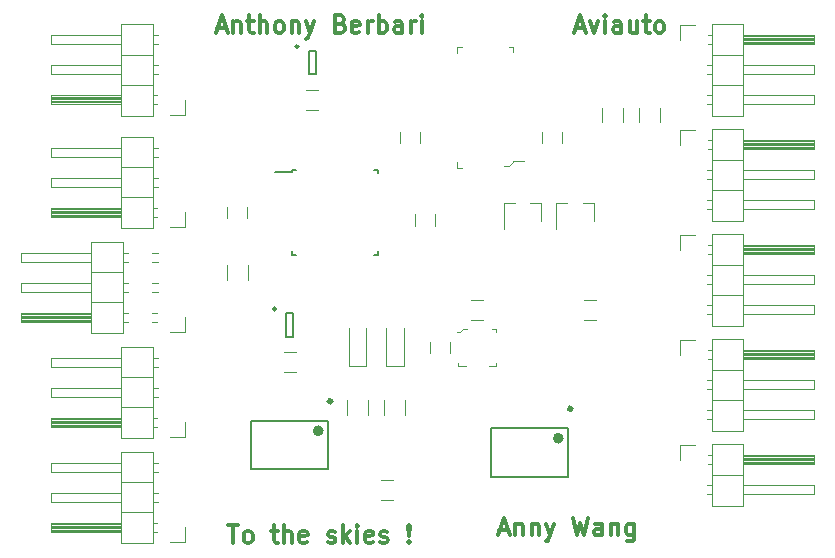
<source format=gbr>
G04 #@! TF.FileFunction,Legend,Top*
%FSLAX46Y46*%
G04 Gerber Fmt 4.6, Leading zero omitted, Abs format (unit mm)*
G04 Created by KiCad (PCBNEW 4.0.7) date Monday, May 28, 2018 'PMt' 10:03:33 PM*
%MOMM*%
%LPD*%
G01*
G04 APERTURE LIST*
%ADD10C,0.100000*%
%ADD11C,0.300000*%
%ADD12C,0.120000*%
%ADD13C,0.200000*%
%ADD14C,0.254000*%
%ADD15C,0.150000*%
%ADD16C,0.127000*%
%ADD17C,0.406400*%
G04 APERTURE END LIST*
D10*
D11*
X250250000Y-52955000D02*
X250964286Y-52955000D01*
X250107143Y-53383571D02*
X250607143Y-51883571D01*
X251107143Y-53383571D01*
X251464286Y-52383571D02*
X251821429Y-53383571D01*
X252178571Y-52383571D01*
X252750000Y-53383571D02*
X252750000Y-52383571D01*
X252750000Y-51883571D02*
X252678571Y-51955000D01*
X252750000Y-52026429D01*
X252821428Y-51955000D01*
X252750000Y-51883571D01*
X252750000Y-52026429D01*
X254107143Y-53383571D02*
X254107143Y-52597857D01*
X254035714Y-52455000D01*
X253892857Y-52383571D01*
X253607143Y-52383571D01*
X253464286Y-52455000D01*
X254107143Y-53312143D02*
X253964286Y-53383571D01*
X253607143Y-53383571D01*
X253464286Y-53312143D01*
X253392857Y-53169286D01*
X253392857Y-53026429D01*
X253464286Y-52883571D01*
X253607143Y-52812143D01*
X253964286Y-52812143D01*
X254107143Y-52740714D01*
X255464286Y-52383571D02*
X255464286Y-53383571D01*
X254821429Y-52383571D02*
X254821429Y-53169286D01*
X254892857Y-53312143D01*
X255035715Y-53383571D01*
X255250000Y-53383571D01*
X255392857Y-53312143D01*
X255464286Y-53240714D01*
X255964286Y-52383571D02*
X256535715Y-52383571D01*
X256178572Y-51883571D02*
X256178572Y-53169286D01*
X256250000Y-53312143D01*
X256392858Y-53383571D01*
X256535715Y-53383571D01*
X257250001Y-53383571D02*
X257107143Y-53312143D01*
X257035715Y-53240714D01*
X256964286Y-53097857D01*
X256964286Y-52669286D01*
X257035715Y-52526429D01*
X257107143Y-52455000D01*
X257250001Y-52383571D01*
X257464286Y-52383571D01*
X257607143Y-52455000D01*
X257678572Y-52526429D01*
X257750001Y-52669286D01*
X257750001Y-53097857D01*
X257678572Y-53240714D01*
X257607143Y-53312143D01*
X257464286Y-53383571D01*
X257250001Y-53383571D01*
X220850000Y-95063571D02*
X221707143Y-95063571D01*
X221278572Y-96563571D02*
X221278572Y-95063571D01*
X222421429Y-96563571D02*
X222278571Y-96492143D01*
X222207143Y-96420714D01*
X222135714Y-96277857D01*
X222135714Y-95849286D01*
X222207143Y-95706429D01*
X222278571Y-95635000D01*
X222421429Y-95563571D01*
X222635714Y-95563571D01*
X222778571Y-95635000D01*
X222850000Y-95706429D01*
X222921429Y-95849286D01*
X222921429Y-96277857D01*
X222850000Y-96420714D01*
X222778571Y-96492143D01*
X222635714Y-96563571D01*
X222421429Y-96563571D01*
X224492857Y-95563571D02*
X225064286Y-95563571D01*
X224707143Y-95063571D02*
X224707143Y-96349286D01*
X224778571Y-96492143D01*
X224921429Y-96563571D01*
X225064286Y-96563571D01*
X225564286Y-96563571D02*
X225564286Y-95063571D01*
X226207143Y-96563571D02*
X226207143Y-95777857D01*
X226135714Y-95635000D01*
X225992857Y-95563571D01*
X225778572Y-95563571D01*
X225635714Y-95635000D01*
X225564286Y-95706429D01*
X227492857Y-96492143D02*
X227350000Y-96563571D01*
X227064286Y-96563571D01*
X226921429Y-96492143D01*
X226850000Y-96349286D01*
X226850000Y-95777857D01*
X226921429Y-95635000D01*
X227064286Y-95563571D01*
X227350000Y-95563571D01*
X227492857Y-95635000D01*
X227564286Y-95777857D01*
X227564286Y-95920714D01*
X226850000Y-96063571D01*
X229278571Y-96492143D02*
X229421428Y-96563571D01*
X229707143Y-96563571D01*
X229850000Y-96492143D01*
X229921428Y-96349286D01*
X229921428Y-96277857D01*
X229850000Y-96135000D01*
X229707143Y-96063571D01*
X229492857Y-96063571D01*
X229350000Y-95992143D01*
X229278571Y-95849286D01*
X229278571Y-95777857D01*
X229350000Y-95635000D01*
X229492857Y-95563571D01*
X229707143Y-95563571D01*
X229850000Y-95635000D01*
X230564286Y-96563571D02*
X230564286Y-95063571D01*
X230707143Y-95992143D02*
X231135714Y-96563571D01*
X231135714Y-95563571D02*
X230564286Y-96135000D01*
X231778572Y-96563571D02*
X231778572Y-95563571D01*
X231778572Y-95063571D02*
X231707143Y-95135000D01*
X231778572Y-95206429D01*
X231850000Y-95135000D01*
X231778572Y-95063571D01*
X231778572Y-95206429D01*
X233064286Y-96492143D02*
X232921429Y-96563571D01*
X232635715Y-96563571D01*
X232492858Y-96492143D01*
X232421429Y-96349286D01*
X232421429Y-95777857D01*
X232492858Y-95635000D01*
X232635715Y-95563571D01*
X232921429Y-95563571D01*
X233064286Y-95635000D01*
X233135715Y-95777857D01*
X233135715Y-95920714D01*
X232421429Y-96063571D01*
X233707143Y-96492143D02*
X233850000Y-96563571D01*
X234135715Y-96563571D01*
X234278572Y-96492143D01*
X234350000Y-96349286D01*
X234350000Y-96277857D01*
X234278572Y-96135000D01*
X234135715Y-96063571D01*
X233921429Y-96063571D01*
X233778572Y-95992143D01*
X233707143Y-95849286D01*
X233707143Y-95777857D01*
X233778572Y-95635000D01*
X233921429Y-95563571D01*
X234135715Y-95563571D01*
X234278572Y-95635000D01*
X236135715Y-96420714D02*
X236207143Y-96492143D01*
X236135715Y-96563571D01*
X236064286Y-96492143D01*
X236135715Y-96420714D01*
X236135715Y-96563571D01*
X236135715Y-95992143D02*
X236064286Y-95135000D01*
X236135715Y-95063571D01*
X236207143Y-95135000D01*
X236135715Y-95992143D01*
X236135715Y-95063571D01*
X243805000Y-95500000D02*
X244519286Y-95500000D01*
X243662143Y-95928571D02*
X244162143Y-94428571D01*
X244662143Y-95928571D01*
X245162143Y-94928571D02*
X245162143Y-95928571D01*
X245162143Y-95071429D02*
X245233571Y-95000000D01*
X245376429Y-94928571D01*
X245590714Y-94928571D01*
X245733571Y-95000000D01*
X245805000Y-95142857D01*
X245805000Y-95928571D01*
X246519286Y-94928571D02*
X246519286Y-95928571D01*
X246519286Y-95071429D02*
X246590714Y-95000000D01*
X246733572Y-94928571D01*
X246947857Y-94928571D01*
X247090714Y-95000000D01*
X247162143Y-95142857D01*
X247162143Y-95928571D01*
X247733572Y-94928571D02*
X248090715Y-95928571D01*
X248447857Y-94928571D02*
X248090715Y-95928571D01*
X247947857Y-96285714D01*
X247876429Y-96357143D01*
X247733572Y-96428571D01*
X250019286Y-94428571D02*
X250376429Y-95928571D01*
X250662143Y-94857143D01*
X250947857Y-95928571D01*
X251305000Y-94428571D01*
X252519286Y-95928571D02*
X252519286Y-95142857D01*
X252447857Y-95000000D01*
X252305000Y-94928571D01*
X252019286Y-94928571D01*
X251876429Y-95000000D01*
X252519286Y-95857143D02*
X252376429Y-95928571D01*
X252019286Y-95928571D01*
X251876429Y-95857143D01*
X251805000Y-95714286D01*
X251805000Y-95571429D01*
X251876429Y-95428571D01*
X252019286Y-95357143D01*
X252376429Y-95357143D01*
X252519286Y-95285714D01*
X253233572Y-94928571D02*
X253233572Y-95928571D01*
X253233572Y-95071429D02*
X253305000Y-95000000D01*
X253447858Y-94928571D01*
X253662143Y-94928571D01*
X253805000Y-95000000D01*
X253876429Y-95142857D01*
X253876429Y-95928571D01*
X255233572Y-94928571D02*
X255233572Y-96142857D01*
X255162143Y-96285714D01*
X255090715Y-96357143D01*
X254947858Y-96428571D01*
X254733572Y-96428571D01*
X254590715Y-96357143D01*
X255233572Y-95857143D02*
X255090715Y-95928571D01*
X254805001Y-95928571D01*
X254662143Y-95857143D01*
X254590715Y-95785714D01*
X254519286Y-95642857D01*
X254519286Y-95214286D01*
X254590715Y-95071429D01*
X254662143Y-95000000D01*
X254805001Y-94928571D01*
X255090715Y-94928571D01*
X255233572Y-95000000D01*
X219921429Y-52955000D02*
X220635715Y-52955000D01*
X219778572Y-53383571D02*
X220278572Y-51883571D01*
X220778572Y-53383571D01*
X221278572Y-52383571D02*
X221278572Y-53383571D01*
X221278572Y-52526429D02*
X221350000Y-52455000D01*
X221492858Y-52383571D01*
X221707143Y-52383571D01*
X221850000Y-52455000D01*
X221921429Y-52597857D01*
X221921429Y-53383571D01*
X222421429Y-52383571D02*
X222992858Y-52383571D01*
X222635715Y-51883571D02*
X222635715Y-53169286D01*
X222707143Y-53312143D01*
X222850001Y-53383571D01*
X222992858Y-53383571D01*
X223492858Y-53383571D02*
X223492858Y-51883571D01*
X224135715Y-53383571D02*
X224135715Y-52597857D01*
X224064286Y-52455000D01*
X223921429Y-52383571D01*
X223707144Y-52383571D01*
X223564286Y-52455000D01*
X223492858Y-52526429D01*
X225064287Y-53383571D02*
X224921429Y-53312143D01*
X224850001Y-53240714D01*
X224778572Y-53097857D01*
X224778572Y-52669286D01*
X224850001Y-52526429D01*
X224921429Y-52455000D01*
X225064287Y-52383571D01*
X225278572Y-52383571D01*
X225421429Y-52455000D01*
X225492858Y-52526429D01*
X225564287Y-52669286D01*
X225564287Y-53097857D01*
X225492858Y-53240714D01*
X225421429Y-53312143D01*
X225278572Y-53383571D01*
X225064287Y-53383571D01*
X226207144Y-52383571D02*
X226207144Y-53383571D01*
X226207144Y-52526429D02*
X226278572Y-52455000D01*
X226421430Y-52383571D01*
X226635715Y-52383571D01*
X226778572Y-52455000D01*
X226850001Y-52597857D01*
X226850001Y-53383571D01*
X227421430Y-52383571D02*
X227778573Y-53383571D01*
X228135715Y-52383571D02*
X227778573Y-53383571D01*
X227635715Y-53740714D01*
X227564287Y-53812143D01*
X227421430Y-53883571D01*
X230350001Y-52597857D02*
X230564287Y-52669286D01*
X230635715Y-52740714D01*
X230707144Y-52883571D01*
X230707144Y-53097857D01*
X230635715Y-53240714D01*
X230564287Y-53312143D01*
X230421429Y-53383571D01*
X229850001Y-53383571D01*
X229850001Y-51883571D01*
X230350001Y-51883571D01*
X230492858Y-51955000D01*
X230564287Y-52026429D01*
X230635715Y-52169286D01*
X230635715Y-52312143D01*
X230564287Y-52455000D01*
X230492858Y-52526429D01*
X230350001Y-52597857D01*
X229850001Y-52597857D01*
X231921429Y-53312143D02*
X231778572Y-53383571D01*
X231492858Y-53383571D01*
X231350001Y-53312143D01*
X231278572Y-53169286D01*
X231278572Y-52597857D01*
X231350001Y-52455000D01*
X231492858Y-52383571D01*
X231778572Y-52383571D01*
X231921429Y-52455000D01*
X231992858Y-52597857D01*
X231992858Y-52740714D01*
X231278572Y-52883571D01*
X232635715Y-53383571D02*
X232635715Y-52383571D01*
X232635715Y-52669286D02*
X232707143Y-52526429D01*
X232778572Y-52455000D01*
X232921429Y-52383571D01*
X233064286Y-52383571D01*
X233564286Y-53383571D02*
X233564286Y-51883571D01*
X233564286Y-52455000D02*
X233707143Y-52383571D01*
X233992857Y-52383571D01*
X234135714Y-52455000D01*
X234207143Y-52526429D01*
X234278572Y-52669286D01*
X234278572Y-53097857D01*
X234207143Y-53240714D01*
X234135714Y-53312143D01*
X233992857Y-53383571D01*
X233707143Y-53383571D01*
X233564286Y-53312143D01*
X235564286Y-53383571D02*
X235564286Y-52597857D01*
X235492857Y-52455000D01*
X235350000Y-52383571D01*
X235064286Y-52383571D01*
X234921429Y-52455000D01*
X235564286Y-53312143D02*
X235421429Y-53383571D01*
X235064286Y-53383571D01*
X234921429Y-53312143D01*
X234850000Y-53169286D01*
X234850000Y-53026429D01*
X234921429Y-52883571D01*
X235064286Y-52812143D01*
X235421429Y-52812143D01*
X235564286Y-52740714D01*
X236278572Y-53383571D02*
X236278572Y-52383571D01*
X236278572Y-52669286D02*
X236350000Y-52526429D01*
X236421429Y-52455000D01*
X236564286Y-52383571D01*
X236707143Y-52383571D01*
X237207143Y-53383571D02*
X237207143Y-52383571D01*
X237207143Y-51883571D02*
X237135714Y-51955000D01*
X237207143Y-52026429D01*
X237278571Y-51955000D01*
X237207143Y-51883571D01*
X237207143Y-52026429D01*
D12*
X261790000Y-52645000D02*
X261790000Y-60385000D01*
X261790000Y-60385000D02*
X264450000Y-60385000D01*
X264450000Y-60385000D02*
X264450000Y-52645000D01*
X264450000Y-52645000D02*
X261790000Y-52645000D01*
X264450000Y-53595000D02*
X270450000Y-53595000D01*
X270450000Y-53595000D02*
X270450000Y-54355000D01*
X270450000Y-54355000D02*
X264450000Y-54355000D01*
X264450000Y-53655000D02*
X270450000Y-53655000D01*
X264450000Y-53775000D02*
X270450000Y-53775000D01*
X264450000Y-53895000D02*
X270450000Y-53895000D01*
X264450000Y-54015000D02*
X270450000Y-54015000D01*
X264450000Y-54135000D02*
X270450000Y-54135000D01*
X264450000Y-54255000D02*
X270450000Y-54255000D01*
X261460000Y-53595000D02*
X261790000Y-53595000D01*
X261460000Y-54355000D02*
X261790000Y-54355000D01*
X261790000Y-55245000D02*
X264450000Y-55245000D01*
X264450000Y-56135000D02*
X270450000Y-56135000D01*
X270450000Y-56135000D02*
X270450000Y-56895000D01*
X270450000Y-56895000D02*
X264450000Y-56895000D01*
X261392929Y-56135000D02*
X261790000Y-56135000D01*
X261392929Y-56895000D02*
X261790000Y-56895000D01*
X261790000Y-57785000D02*
X264450000Y-57785000D01*
X264450000Y-58675000D02*
X270450000Y-58675000D01*
X270450000Y-58675000D02*
X270450000Y-59435000D01*
X270450000Y-59435000D02*
X264450000Y-59435000D01*
X261392929Y-58675000D02*
X261790000Y-58675000D01*
X261392929Y-59435000D02*
X261790000Y-59435000D01*
X259080000Y-53975000D02*
X259080000Y-52705000D01*
X259080000Y-52705000D02*
X260350000Y-52705000D01*
X214460000Y-87690000D02*
X214460000Y-79950000D01*
X214460000Y-79950000D02*
X211800000Y-79950000D01*
X211800000Y-79950000D02*
X211800000Y-87690000D01*
X211800000Y-87690000D02*
X214460000Y-87690000D01*
X211800000Y-86740000D02*
X205800000Y-86740000D01*
X205800000Y-86740000D02*
X205800000Y-85980000D01*
X205800000Y-85980000D02*
X211800000Y-85980000D01*
X211800000Y-86680000D02*
X205800000Y-86680000D01*
X211800000Y-86560000D02*
X205800000Y-86560000D01*
X211800000Y-86440000D02*
X205800000Y-86440000D01*
X211800000Y-86320000D02*
X205800000Y-86320000D01*
X211800000Y-86200000D02*
X205800000Y-86200000D01*
X211800000Y-86080000D02*
X205800000Y-86080000D01*
X214790000Y-86740000D02*
X214460000Y-86740000D01*
X214790000Y-85980000D02*
X214460000Y-85980000D01*
X214460000Y-85090000D02*
X211800000Y-85090000D01*
X211800000Y-84200000D02*
X205800000Y-84200000D01*
X205800000Y-84200000D02*
X205800000Y-83440000D01*
X205800000Y-83440000D02*
X211800000Y-83440000D01*
X214857071Y-84200000D02*
X214460000Y-84200000D01*
X214857071Y-83440000D02*
X214460000Y-83440000D01*
X214460000Y-82550000D02*
X211800000Y-82550000D01*
X211800000Y-81660000D02*
X205800000Y-81660000D01*
X205800000Y-81660000D02*
X205800000Y-80900000D01*
X205800000Y-80900000D02*
X211800000Y-80900000D01*
X214857071Y-81660000D02*
X214460000Y-81660000D01*
X214857071Y-80900000D02*
X214460000Y-80900000D01*
X217170000Y-86360000D02*
X217170000Y-87630000D01*
X217170000Y-87630000D02*
X215900000Y-87630000D01*
X235370000Y-61730000D02*
X235370000Y-62730000D01*
X237070000Y-62730000D02*
X237070000Y-61730000D01*
X225560000Y-82130000D02*
X226560000Y-82130000D01*
X226560000Y-80430000D02*
X225560000Y-80430000D01*
X242435000Y-75985000D02*
X241435000Y-75985000D01*
X241435000Y-77685000D02*
X242435000Y-77685000D01*
X239610000Y-80510000D02*
X239610000Y-79510000D01*
X237910000Y-79510000D02*
X237910000Y-80510000D01*
X227465000Y-59905000D02*
X228465000Y-59905000D01*
X228465000Y-58205000D02*
X227465000Y-58205000D01*
X247435000Y-61730000D02*
X247435000Y-62730000D01*
X249135000Y-62730000D02*
X249135000Y-61730000D01*
X250960000Y-77685000D02*
X251960000Y-77685000D01*
X251960000Y-75985000D02*
X250960000Y-75985000D01*
X238340000Y-69715000D02*
X238340000Y-68715000D01*
X236640000Y-68715000D02*
X236640000Y-69715000D01*
X222465000Y-69080000D02*
X222465000Y-68080000D01*
X220765000Y-68080000D02*
X220765000Y-69080000D01*
X235700000Y-78375000D02*
X235700000Y-81575000D01*
X234200000Y-81575000D02*
X234200000Y-78375000D01*
X234200000Y-81575000D02*
X235700000Y-81575000D01*
X232525000Y-78375000D02*
X232525000Y-81575000D01*
X231025000Y-81575000D02*
X231025000Y-78375000D01*
X231025000Y-81575000D02*
X232525000Y-81575000D01*
X214460000Y-69910000D02*
X214460000Y-62170000D01*
X214460000Y-62170000D02*
X211800000Y-62170000D01*
X211800000Y-62170000D02*
X211800000Y-69910000D01*
X211800000Y-69910000D02*
X214460000Y-69910000D01*
X211800000Y-68960000D02*
X205800000Y-68960000D01*
X205800000Y-68960000D02*
X205800000Y-68200000D01*
X205800000Y-68200000D02*
X211800000Y-68200000D01*
X211800000Y-68900000D02*
X205800000Y-68900000D01*
X211800000Y-68780000D02*
X205800000Y-68780000D01*
X211800000Y-68660000D02*
X205800000Y-68660000D01*
X211800000Y-68540000D02*
X205800000Y-68540000D01*
X211800000Y-68420000D02*
X205800000Y-68420000D01*
X211800000Y-68300000D02*
X205800000Y-68300000D01*
X214790000Y-68960000D02*
X214460000Y-68960000D01*
X214790000Y-68200000D02*
X214460000Y-68200000D01*
X214460000Y-67310000D02*
X211800000Y-67310000D01*
X211800000Y-66420000D02*
X205800000Y-66420000D01*
X205800000Y-66420000D02*
X205800000Y-65660000D01*
X205800000Y-65660000D02*
X211800000Y-65660000D01*
X214857071Y-66420000D02*
X214460000Y-66420000D01*
X214857071Y-65660000D02*
X214460000Y-65660000D01*
X214460000Y-64770000D02*
X211800000Y-64770000D01*
X211800000Y-63880000D02*
X205800000Y-63880000D01*
X205800000Y-63880000D02*
X205800000Y-63120000D01*
X205800000Y-63120000D02*
X211800000Y-63120000D01*
X214857071Y-63880000D02*
X214460000Y-63880000D01*
X214857071Y-63120000D02*
X214460000Y-63120000D01*
X217170000Y-68580000D02*
X217170000Y-69850000D01*
X217170000Y-69850000D02*
X215900000Y-69850000D01*
D13*
X225760000Y-79105000D02*
X226360000Y-79105000D01*
X226360000Y-79105000D02*
X226360000Y-77105000D01*
X226360000Y-77105000D02*
X225760000Y-77105000D01*
X225760000Y-77105000D02*
X225760000Y-79105000D01*
D14*
X224885000Y-76755000D02*
G75*
G03X224885000Y-76755000I-125000J0D01*
G01*
D13*
X227665000Y-56880000D02*
X228265000Y-56880000D01*
X228265000Y-56880000D02*
X228265000Y-54880000D01*
X228265000Y-54880000D02*
X227665000Y-54880000D01*
X227665000Y-54880000D02*
X227665000Y-56880000D01*
D14*
X226790000Y-54530000D02*
G75*
G03X226790000Y-54530000I-125000J0D01*
G01*
D12*
X211920000Y-78800000D02*
X211920000Y-71060000D01*
X211920000Y-71060000D02*
X209260000Y-71060000D01*
X209260000Y-71060000D02*
X209260000Y-78800000D01*
X209260000Y-78800000D02*
X211920000Y-78800000D01*
X209260000Y-77850000D02*
X203260000Y-77850000D01*
X203260000Y-77850000D02*
X203260000Y-77090000D01*
X203260000Y-77090000D02*
X209260000Y-77090000D01*
X209260000Y-77790000D02*
X203260000Y-77790000D01*
X209260000Y-77670000D02*
X203260000Y-77670000D01*
X209260000Y-77550000D02*
X203260000Y-77550000D01*
X209260000Y-77430000D02*
X203260000Y-77430000D01*
X209260000Y-77310000D02*
X203260000Y-77310000D01*
X209260000Y-77190000D02*
X203260000Y-77190000D01*
X212317071Y-77850000D02*
X211920000Y-77850000D01*
X212317071Y-77090000D02*
X211920000Y-77090000D01*
X214790000Y-77850000D02*
X214402929Y-77850000D01*
X214790000Y-77090000D02*
X214402929Y-77090000D01*
X211920000Y-76200000D02*
X209260000Y-76200000D01*
X209260000Y-75310000D02*
X203260000Y-75310000D01*
X203260000Y-75310000D02*
X203260000Y-74550000D01*
X203260000Y-74550000D02*
X209260000Y-74550000D01*
X212317071Y-75310000D02*
X211920000Y-75310000D01*
X212317071Y-74550000D02*
X211920000Y-74550000D01*
X214857071Y-75310000D02*
X214402929Y-75310000D01*
X214857071Y-74550000D02*
X214402929Y-74550000D01*
X211920000Y-73660000D02*
X209260000Y-73660000D01*
X209260000Y-72770000D02*
X203260000Y-72770000D01*
X203260000Y-72770000D02*
X203260000Y-72010000D01*
X203260000Y-72010000D02*
X209260000Y-72010000D01*
X212317071Y-72770000D02*
X211920000Y-72770000D01*
X212317071Y-72010000D02*
X211920000Y-72010000D01*
X214857071Y-72770000D02*
X214402929Y-72770000D01*
X214857071Y-72010000D02*
X214402929Y-72010000D01*
X217170000Y-77470000D02*
X217170000Y-78740000D01*
X217170000Y-78740000D02*
X215900000Y-78740000D01*
X261790000Y-61535000D02*
X261790000Y-69275000D01*
X261790000Y-69275000D02*
X264450000Y-69275000D01*
X264450000Y-69275000D02*
X264450000Y-61535000D01*
X264450000Y-61535000D02*
X261790000Y-61535000D01*
X264450000Y-62485000D02*
X270450000Y-62485000D01*
X270450000Y-62485000D02*
X270450000Y-63245000D01*
X270450000Y-63245000D02*
X264450000Y-63245000D01*
X264450000Y-62545000D02*
X270450000Y-62545000D01*
X264450000Y-62665000D02*
X270450000Y-62665000D01*
X264450000Y-62785000D02*
X270450000Y-62785000D01*
X264450000Y-62905000D02*
X270450000Y-62905000D01*
X264450000Y-63025000D02*
X270450000Y-63025000D01*
X264450000Y-63145000D02*
X270450000Y-63145000D01*
X261460000Y-62485000D02*
X261790000Y-62485000D01*
X261460000Y-63245000D02*
X261790000Y-63245000D01*
X261790000Y-64135000D02*
X264450000Y-64135000D01*
X264450000Y-65025000D02*
X270450000Y-65025000D01*
X270450000Y-65025000D02*
X270450000Y-65785000D01*
X270450000Y-65785000D02*
X264450000Y-65785000D01*
X261392929Y-65025000D02*
X261790000Y-65025000D01*
X261392929Y-65785000D02*
X261790000Y-65785000D01*
X261790000Y-66675000D02*
X264450000Y-66675000D01*
X264450000Y-67565000D02*
X270450000Y-67565000D01*
X270450000Y-67565000D02*
X270450000Y-68325000D01*
X270450000Y-68325000D02*
X264450000Y-68325000D01*
X261392929Y-67565000D02*
X261790000Y-67565000D01*
X261392929Y-68325000D02*
X261790000Y-68325000D01*
X259080000Y-62865000D02*
X259080000Y-61595000D01*
X259080000Y-61595000D02*
X260350000Y-61595000D01*
X261790000Y-70425000D02*
X261790000Y-78165000D01*
X261790000Y-78165000D02*
X264450000Y-78165000D01*
X264450000Y-78165000D02*
X264450000Y-70425000D01*
X264450000Y-70425000D02*
X261790000Y-70425000D01*
X264450000Y-71375000D02*
X270450000Y-71375000D01*
X270450000Y-71375000D02*
X270450000Y-72135000D01*
X270450000Y-72135000D02*
X264450000Y-72135000D01*
X264450000Y-71435000D02*
X270450000Y-71435000D01*
X264450000Y-71555000D02*
X270450000Y-71555000D01*
X264450000Y-71675000D02*
X270450000Y-71675000D01*
X264450000Y-71795000D02*
X270450000Y-71795000D01*
X264450000Y-71915000D02*
X270450000Y-71915000D01*
X264450000Y-72035000D02*
X270450000Y-72035000D01*
X261460000Y-71375000D02*
X261790000Y-71375000D01*
X261460000Y-72135000D02*
X261790000Y-72135000D01*
X261790000Y-73025000D02*
X264450000Y-73025000D01*
X264450000Y-73915000D02*
X270450000Y-73915000D01*
X270450000Y-73915000D02*
X270450000Y-74675000D01*
X270450000Y-74675000D02*
X264450000Y-74675000D01*
X261392929Y-73915000D02*
X261790000Y-73915000D01*
X261392929Y-74675000D02*
X261790000Y-74675000D01*
X261790000Y-75565000D02*
X264450000Y-75565000D01*
X264450000Y-76455000D02*
X270450000Y-76455000D01*
X270450000Y-76455000D02*
X270450000Y-77215000D01*
X270450000Y-77215000D02*
X264450000Y-77215000D01*
X261392929Y-76455000D02*
X261790000Y-76455000D01*
X261392929Y-77215000D02*
X261790000Y-77215000D01*
X259080000Y-71755000D02*
X259080000Y-70485000D01*
X259080000Y-70485000D02*
X260350000Y-70485000D01*
X261790000Y-79315000D02*
X261790000Y-87055000D01*
X261790000Y-87055000D02*
X264450000Y-87055000D01*
X264450000Y-87055000D02*
X264450000Y-79315000D01*
X264450000Y-79315000D02*
X261790000Y-79315000D01*
X264450000Y-80265000D02*
X270450000Y-80265000D01*
X270450000Y-80265000D02*
X270450000Y-81025000D01*
X270450000Y-81025000D02*
X264450000Y-81025000D01*
X264450000Y-80325000D02*
X270450000Y-80325000D01*
X264450000Y-80445000D02*
X270450000Y-80445000D01*
X264450000Y-80565000D02*
X270450000Y-80565000D01*
X264450000Y-80685000D02*
X270450000Y-80685000D01*
X264450000Y-80805000D02*
X270450000Y-80805000D01*
X264450000Y-80925000D02*
X270450000Y-80925000D01*
X261460000Y-80265000D02*
X261790000Y-80265000D01*
X261460000Y-81025000D02*
X261790000Y-81025000D01*
X261790000Y-81915000D02*
X264450000Y-81915000D01*
X264450000Y-82805000D02*
X270450000Y-82805000D01*
X270450000Y-82805000D02*
X270450000Y-83565000D01*
X270450000Y-83565000D02*
X264450000Y-83565000D01*
X261392929Y-82805000D02*
X261790000Y-82805000D01*
X261392929Y-83565000D02*
X261790000Y-83565000D01*
X261790000Y-84455000D02*
X264450000Y-84455000D01*
X264450000Y-85345000D02*
X270450000Y-85345000D01*
X270450000Y-85345000D02*
X270450000Y-86105000D01*
X270450000Y-86105000D02*
X264450000Y-86105000D01*
X261392929Y-85345000D02*
X261790000Y-85345000D01*
X261392929Y-86105000D02*
X261790000Y-86105000D01*
X259080000Y-80645000D02*
X259080000Y-79375000D01*
X259080000Y-79375000D02*
X260350000Y-79375000D01*
D10*
X244570000Y-54590000D02*
X244970000Y-54590000D01*
X244970000Y-54590000D02*
X244970000Y-54990000D01*
X244170000Y-64690000D02*
X244570000Y-64690000D01*
X244570000Y-64690000D02*
X244970000Y-64290000D01*
X244970000Y-64290000D02*
X244970000Y-64190000D01*
X244970000Y-64190000D02*
X245870000Y-64190000D01*
X240170000Y-64290000D02*
X240170000Y-64790000D01*
X240170000Y-64790000D02*
X240670000Y-64790000D01*
X240170000Y-55090000D02*
X240170000Y-54590000D01*
X240170000Y-54590000D02*
X240670000Y-54590000D01*
D12*
X234070000Y-85690000D02*
X234070000Y-84490000D01*
X235830000Y-84490000D02*
X235830000Y-85690000D01*
X230895000Y-85690000D02*
X230895000Y-84490000D01*
X232655000Y-84490000D02*
X232655000Y-85690000D01*
X222495000Y-73060000D02*
X222495000Y-74260000D01*
X220735000Y-74260000D02*
X220735000Y-73060000D01*
X255660000Y-60925000D02*
X255660000Y-59725000D01*
X257420000Y-59725000D02*
X257420000Y-60925000D01*
X252485000Y-60925000D02*
X252485000Y-59725000D01*
X254245000Y-59725000D02*
X254245000Y-60925000D01*
X214460000Y-60385000D02*
X214460000Y-52645000D01*
X214460000Y-52645000D02*
X211800000Y-52645000D01*
X211800000Y-52645000D02*
X211800000Y-60385000D01*
X211800000Y-60385000D02*
X214460000Y-60385000D01*
X211800000Y-59435000D02*
X205800000Y-59435000D01*
X205800000Y-59435000D02*
X205800000Y-58675000D01*
X205800000Y-58675000D02*
X211800000Y-58675000D01*
X211800000Y-59375000D02*
X205800000Y-59375000D01*
X211800000Y-59255000D02*
X205800000Y-59255000D01*
X211800000Y-59135000D02*
X205800000Y-59135000D01*
X211800000Y-59015000D02*
X205800000Y-59015000D01*
X211800000Y-58895000D02*
X205800000Y-58895000D01*
X211800000Y-58775000D02*
X205800000Y-58775000D01*
X214790000Y-59435000D02*
X214460000Y-59435000D01*
X214790000Y-58675000D02*
X214460000Y-58675000D01*
X214460000Y-57785000D02*
X211800000Y-57785000D01*
X211800000Y-56895000D02*
X205800000Y-56895000D01*
X205800000Y-56895000D02*
X205800000Y-56135000D01*
X205800000Y-56135000D02*
X211800000Y-56135000D01*
X214857071Y-56895000D02*
X214460000Y-56895000D01*
X214857071Y-56135000D02*
X214460000Y-56135000D01*
X214460000Y-55245000D02*
X211800000Y-55245000D01*
X211800000Y-54355000D02*
X205800000Y-54355000D01*
X205800000Y-54355000D02*
X205800000Y-53595000D01*
X205800000Y-53595000D02*
X211800000Y-53595000D01*
X214857071Y-54355000D02*
X214460000Y-54355000D01*
X214857071Y-53595000D02*
X214460000Y-53595000D01*
X217170000Y-59055000D02*
X217170000Y-60325000D01*
X217170000Y-60325000D02*
X215900000Y-60325000D01*
X214460000Y-96580000D02*
X214460000Y-88840000D01*
X214460000Y-88840000D02*
X211800000Y-88840000D01*
X211800000Y-88840000D02*
X211800000Y-96580000D01*
X211800000Y-96580000D02*
X214460000Y-96580000D01*
X211800000Y-95630000D02*
X205800000Y-95630000D01*
X205800000Y-95630000D02*
X205800000Y-94870000D01*
X205800000Y-94870000D02*
X211800000Y-94870000D01*
X211800000Y-95570000D02*
X205800000Y-95570000D01*
X211800000Y-95450000D02*
X205800000Y-95450000D01*
X211800000Y-95330000D02*
X205800000Y-95330000D01*
X211800000Y-95210000D02*
X205800000Y-95210000D01*
X211800000Y-95090000D02*
X205800000Y-95090000D01*
X211800000Y-94970000D02*
X205800000Y-94970000D01*
X214790000Y-95630000D02*
X214460000Y-95630000D01*
X214790000Y-94870000D02*
X214460000Y-94870000D01*
X214460000Y-93980000D02*
X211800000Y-93980000D01*
X211800000Y-93090000D02*
X205800000Y-93090000D01*
X205800000Y-93090000D02*
X205800000Y-92330000D01*
X205800000Y-92330000D02*
X211800000Y-92330000D01*
X214857071Y-93090000D02*
X214460000Y-93090000D01*
X214857071Y-92330000D02*
X214460000Y-92330000D01*
X214460000Y-91440000D02*
X211800000Y-91440000D01*
X211800000Y-90550000D02*
X205800000Y-90550000D01*
X205800000Y-90550000D02*
X205800000Y-89790000D01*
X205800000Y-89790000D02*
X211800000Y-89790000D01*
X214857071Y-90550000D02*
X214460000Y-90550000D01*
X214857071Y-89790000D02*
X214460000Y-89790000D01*
X217170000Y-95250000D02*
X217170000Y-96520000D01*
X217170000Y-96520000D02*
X215900000Y-96520000D01*
D15*
X226245000Y-64955000D02*
X226245000Y-65180000D01*
X233495000Y-64955000D02*
X233495000Y-65280000D01*
X233495000Y-72205000D02*
X233495000Y-71880000D01*
X226245000Y-72205000D02*
X226245000Y-71880000D01*
X226245000Y-64955000D02*
X226570000Y-64955000D01*
X226245000Y-72205000D02*
X226570000Y-72205000D01*
X233495000Y-72205000D02*
X233170000Y-72205000D01*
X233495000Y-64955000D02*
X233170000Y-64955000D01*
X226245000Y-65180000D02*
X224820000Y-65180000D01*
D10*
X240335000Y-81310000D02*
X240335000Y-81610000D01*
X240335000Y-81610000D02*
X240935000Y-81610000D01*
X242935000Y-81610000D02*
X243535000Y-81610000D01*
X243535000Y-81610000D02*
X243535000Y-81310000D01*
X243135000Y-78410000D02*
X243535000Y-78410000D01*
X243535000Y-78410000D02*
X243535000Y-78710000D01*
X241035000Y-78410000D02*
X240735000Y-78410000D01*
X240735000Y-78410000D02*
X240435000Y-78710000D01*
X240435000Y-78710000D02*
X240235000Y-78710000D01*
D16*
X229310000Y-90315000D02*
X229310000Y-86215000D01*
X229310000Y-86215000D02*
X222810000Y-86215000D01*
X222810000Y-86215000D02*
X222810000Y-90315000D01*
X222810000Y-90315000D02*
X229310000Y-90315000D01*
D17*
X229560000Y-84565000D02*
G75*
G03X229560000Y-84565000I-100000J0D01*
G01*
X228710000Y-87065000D02*
G75*
G03X228710000Y-87065000I-250000J0D01*
G01*
D16*
X228560000Y-87065000D02*
G75*
G03X228560000Y-87065000I-100000J0D01*
G01*
X249630000Y-90950000D02*
X249630000Y-86850000D01*
X249630000Y-86850000D02*
X243130000Y-86850000D01*
X243130000Y-86850000D02*
X243130000Y-90950000D01*
X243130000Y-90950000D02*
X249630000Y-90950000D01*
D17*
X249880000Y-85200000D02*
G75*
G03X249880000Y-85200000I-100000J0D01*
G01*
X249030000Y-87700000D02*
G75*
G03X249030000Y-87700000I-250000J0D01*
G01*
D16*
X248880000Y-87700000D02*
G75*
G03X248880000Y-87700000I-100000J0D01*
G01*
D12*
X261790000Y-88205000D02*
X261790000Y-93405000D01*
X261790000Y-93405000D02*
X264450000Y-93405000D01*
X264450000Y-93405000D02*
X264450000Y-88205000D01*
X264450000Y-88205000D02*
X261790000Y-88205000D01*
X264450000Y-89155000D02*
X270450000Y-89155000D01*
X270450000Y-89155000D02*
X270450000Y-89915000D01*
X270450000Y-89915000D02*
X264450000Y-89915000D01*
X264450000Y-89215000D02*
X270450000Y-89215000D01*
X264450000Y-89335000D02*
X270450000Y-89335000D01*
X264450000Y-89455000D02*
X270450000Y-89455000D01*
X264450000Y-89575000D02*
X270450000Y-89575000D01*
X264450000Y-89695000D02*
X270450000Y-89695000D01*
X264450000Y-89815000D02*
X270450000Y-89815000D01*
X261460000Y-89155000D02*
X261790000Y-89155000D01*
X261460000Y-89915000D02*
X261790000Y-89915000D01*
X261790000Y-90805000D02*
X264450000Y-90805000D01*
X264450000Y-91695000D02*
X270450000Y-91695000D01*
X270450000Y-91695000D02*
X270450000Y-92455000D01*
X270450000Y-92455000D02*
X264450000Y-92455000D01*
X261392929Y-91695000D02*
X261790000Y-91695000D01*
X261392929Y-92455000D02*
X261790000Y-92455000D01*
X259080000Y-89535000D02*
X259080000Y-88265000D01*
X259080000Y-88265000D02*
X260350000Y-88265000D01*
X233815000Y-92925000D02*
X234815000Y-92925000D01*
X234815000Y-91225000D02*
X233815000Y-91225000D01*
X251770000Y-67820000D02*
X250840000Y-67820000D01*
X248610000Y-67820000D02*
X249540000Y-67820000D01*
X248610000Y-67820000D02*
X248610000Y-69980000D01*
X251770000Y-67820000D02*
X251770000Y-69280000D01*
X247325000Y-67820000D02*
X246395000Y-67820000D01*
X244165000Y-67820000D02*
X245095000Y-67820000D01*
X244165000Y-67820000D02*
X244165000Y-69980000D01*
X247325000Y-67820000D02*
X247325000Y-69280000D01*
M02*

</source>
